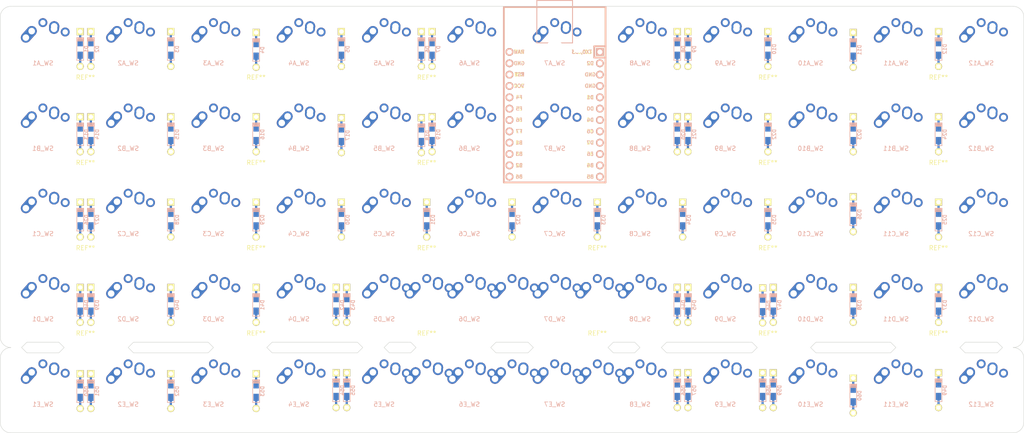
<source format=kicad_pcb>
(kicad_pcb (version 20211014) (generator pcbnew)
  (layers (0 "F.Cu" signal) (31 "B.Cu" signal) (34 "B.Paste" user) (35 "F.Paste" user) (36 "B.SilkS" user "B.Silkscreen") (37 "F.SilkS" user "F.Silkscreen") (38 "B.Mask" user) (39 "F.Mask" user) (44 "Edge.Cuts" user))
  (net 0 "")
  (net 1 "rowA")
  (net 2 "Net-(D1-Pad1)")
  (net 3 "Net-(D2-Pad1)")
  (net 4 "Net-(D3-Pad1)")
  (net 5 "Net-(D4-Pad1)")
  (net 6 "Net-(D5-Pad1)")
  (net 7 "Net-(D6-Pad1)")
  (net 8 "Net-(D7-Pad1)")
  (net 9 "Net-(D8-Pad1)")
  (net 10 "rowE")
  (net 11 "Net-(D9-Pad1)")
  (net 12 "Net-(D10-Pad1)")
  (net 13 "Net-(D11-Pad1)")
  (net 14 "Net-(D12-Pad1)")
  (net 15 "rowB")
  (net 16 "Net-(D13-Pad1)")
  (net 17 "Net-(D14-Pad1)")
  (net 18 "Net-(D15-Pad1)")
  (net 19 "Net-(D16-Pad1)")
  (net 20 "Net-(D17-Pad1)")
  (net 21 "Net-(D18-Pad1)")
  (net 22 "Net-(D19-Pad1)")
  (net 23 "Net-(D20-Pad1)")
  (net 24 "Net-(D21-Pad1)")
  (net 25 "Net-(D22-Pad1)")
  (net 26 "Net-(D23-Pad1)")
  (net 27 "Net-(D24-Pad1)")
  (net 28 "rowF")
  (net 29 "Net-(D25-Pad1)")
  (net 30 "rowC")
  (net 31 "Net-(D26-Pad1)")
  (net 32 "Net-(D27-Pad1)")
  (net 33 "Net-(D28-Pad1)")
  (net 34 "Net-(D29-Pad1)")
  (net 35 "Net-(D30-Pad1)")
  (net 36 "Net-(D31-Pad1)")
  (net 37 "Net-(D32-Pad1)")
  (net 38 "Net-(D33-Pad1)")
  (net 39 "Net-(D34-Pad1)")
  (net 40 "Net-(D35-Pad1)")
  (net 41 "Net-(D36-Pad1)")
  (net 42 "Net-(D37-Pad1)")
  (net 43 "Net-(D38-Pad1)")
  (net 44 "rowD")
  (net 45 "Net-(D39-Pad1)")
  (net 46 "Net-(D40-Pad1)")
  (net 47 "Net-(D41-Pad1)")
  (net 48 "Net-(D42-Pad1)")
  (net 49 "Net-(D43-Pad1)")
  (net 50 "Net-(D44-Pad1)")
  (net 51 "Net-(D45-Pad1)")
  (net 52 "Net-(D46-Pad1)")
  (net 53 "Net-(D47-Pad1)")
  (net 54 "Net-(D48-Pad1)")
  (net 55 "rowH")
  (net 56 "Net-(D49-Pad1)")
  (net 57 "rowG")
  (net 58 "Net-(D50-Pad1)")
  (net 59 "Net-(D51-Pad1)")
  (net 60 "Net-(D52-Pad1)")
  (net 61 "Net-(D53-Pad1)")
  (net 62 "Net-(D54-Pad1)")
  (net 63 "Net-(D55-Pad1)")
  (net 64 "Net-(D56-Pad1)")
  (net 65 "Net-(D57-Pad1)")
  (net 66 "Net-(D58-Pad1)")
  (net 67 "Net-(D59-Pad1)")
  (net 68 "Net-(D60-Pad1)")
  (net 69 "col0")
  (net 70 "col1")
  (net 71 "col2")
  (net 72 "col3")
  (net 73 "col4")
  (net 74 "col5")
  (net 75 "col6")
  (net 76 "col7")
  (net 79 "GND")
  (net 80 "VCC")
  (footprint "Keebio-Parts:Diode-Hybrid-Back" (layer "F.Cu") (at 74.0125 121.96875 90)
    (fp_text reference "D52")
    (fp_text value "D_Small" hide)
  )
  (footprint "Keebio-Parts:MX-Alps-Choc-1U-NoLED" (layer "F.Cu") (at 121.7625 102.6625)
    (fp_text reference "SW_D5")
    (fp_text value "KEYSW")
  )
  (footprint "Keebio-Parts:Diode-Hybrid-Back" (layer "F.Cu") (at 74.0125 102.6625 90)
    (fp_text reference "D40")
    (fp_text value "D_Small" hide)
  )
  (footprint "Keebio-Parts:MX-Alps-Choc-1U-NoLED" (layer "F.Cu") (at 255.4625 64.4625)
    (fp_text reference "SW_B12")
    (fp_text value "KEYSW")
  )
  (footprint "Keebio-Parts:MX-Alps-Choc-1U-NoLED" (layer "F.Cu") (at 64.4625 121.7625)
    (fp_text reference "SW_E2")
    (fp_text value "KEYSW")
  )
  (footprint "Keebio-Parts:Diode-Hybrid-Back" (layer "F.Cu") (at 56.10625 45.3625 90)
    (fp_text reference "D2")
    (fp_text value "D_Small" hide)
  )
  (footprint "Keebio-Parts:MX-Alps-Choc-1U-NoLED" (layer "F.Cu") (at 140.8625 45.3625)
    (fp_text reference "SW_A6")
    (fp_text value "KEYSW")
  )
  (footprint "MountingHole:MountingHole_2.2mm_M2" (layer "F.Cu") (at 207.7125 74.0125)
    (fp_text reference "REF**")
    (fp_text value "MountingHole_2.2mm_M2")
  )
  (footprint "Keebio-Parts:MX-Alps-Choc-1U-NoLED" (layer "F.Cu") (at 83.5625 102.6625)
    (fp_text reference "SW_D3")
    (fp_text value "KEYSW")
  )
  (footprint "Keebio-Parts:Diode-Hybrid-Back" (layer "F.Cu") (at 189.80625 121.7625 90)
    (fp_text reference "D57")
    (fp_text value "D_Small" hide)
  )
  (footprint "Keebio-Parts:Diode-Hybrid-Back" (layer "F.Cu") (at 113.40625 121.7625 90)
    (fp_text reference "D55")
    (fp_text value "D_Small" hide)
  )
  (footprint "Keebio-Parts:Diode-Hybrid-Back" (layer "F.Cu") (at 226.8125 82.36875 90)
    (fp_text reference "D36")
    (fp_text value "D_Small" hide)
  )
  (footprint "MountingHole:MountingHole_2.2mm_M2" (layer "F.Cu") (at 207.7125 93.1125)
    (fp_text reference "REF**")
    (fp_text value "MountingHole_2.2mm_M2")
  )
  (footprint "Keebio-Parts:Diode-Hybrid-Back" (layer "F.Cu") (at 245.9125 64.4625 90)
    (fp_text reference "D24")
    (fp_text value "D_Small" hide)
  )
  (footprint "MountingHole:MountingHole_2.2mm_M2" (layer "F.Cu") (at 54.9125 112.2125)
    (fp_text reference "REF**")
    (fp_text value "MountingHole_2.2mm_M2")
  )
  (footprint "Keebio-Parts:MX-Alps-Choc-1U-NoLED" (layer "F.Cu") (at 255.4625 121.7625)
    (fp_text reference "SW_E12")
    (fp_text value "KEYSW")
  )
  (footprint "Keebio-Parts:MX-Alps-Choc-1U-NoLED" (layer "F.Cu") (at 121.7625 64.4625)
    (fp_text reference "SW_B5")
    (fp_text value "KEYSW")
  )
  (footprint "Keebio-Parts:MX-Alps-Choc-1U-NoLED" (layer "F.Cu") (at 198.1625 102.6625)
    (fp_text reference "SW_D9")
    (fp_text value "KEYSW")
  )
  (footprint "Keebio-Parts:MX-Alps-Choc-2U-StabFlip-NoLED" (layer "F.Cu") (at 131.3125 121.7625)
    (fp_text reference "SW_Ea5")
    (fp_text value "KEYSW")
  )
  (footprint "Keebio-Parts:MX-Alps-Choc-1U-NoLED" (layer "F.Cu") (at 179.0625 102.6625)
    (fp_text reference "SW_D8")
    (fp_text value "KEYSW")
  )
  (footprint "Keebio-Parts:Diode-Hybrid-Back" (layer "F.Cu") (at 131.3125 83.5625 90)
    (fp_text reference "D31")
    (fp_text value "D_Small" hide)
  )
  (footprint "Keebio-Parts:Diode-Hybrid-Back" (layer "F.Cu") (at 245.9125 121.7625 90)
    (fp_text reference "D49")
    (fp_text value "D_Small" hide)
  )
  (footprint "Keebio-Parts:Diode-Hybrid-Back" (layer "F.Cu") (at 206.51875 102.775 90)
    (fp_text reference "D46")
    (fp_text value "D_Small" hide)
  )
  (footprint "Keebio-Parts:Diode-Hybrid-Back" (layer "F.Cu") (at 53.71875 121.96875 90)
    (fp_text reference "D50")
    (fp_text value "D_Small" hide)
  )
  (footprint "Keebio-Parts:MX-Alps-Choc-1U-NoLED" (layer "F.Cu") (at 236.3625 64.4625)
    (fp_text reference "SW_B11")
    (fp_text value "KEYSW")
  )
  (footprint "Keebio-Parts:Diode-Hybrid-Back" (layer "F.Cu") (at 53.71875 83.5625 90)
    (fp_text reference "D26")
    (fp_text value "D_Small" hide)
  )
  (footprint "Keebio-Parts:Diode-Hybrid-Back" (layer "F.Cu") (at 53.71875 45.3625 90)
    (fp_text reference "D1")
    (fp_text value "D_Small" hide)
  )
  (footprint "Keebio-Parts:Diode-Hybrid-Back" (layer "F.Cu") (at 112.2125 83.5625 90)
    (fp_text reference "D30")
    (fp_text value "D_Small" hide)
  )
  (footprint "MountingHole:MountingHole_2.2mm_M2" (layer "F.Cu") (at 169.5125 112.2125)
    (fp_text reference "REF**")
    (fp_text value "MountingHole_2.2mm_M2")
  )
  (footprint "Keebio-Parts:MX-Alps-Choc-1U-NoLED" (layer "F.Cu") (at 102.6625 83.5625)
    (fp_text reference "SW_C4")
    (fp_text value "KEYSW")
  )
  (footprint "Keebio-Parts:MX-Alps-Choc-1U-NoLED" (layer "F.Cu") (at 236.3625 45.3625)
    (fp_text reference "SW_A11")
    (fp_text value "KEYSW")
  )
  (footprint "Keebio-Parts:MX-Alps-Choc-1U-NoLED" (layer "F.Cu") (at 159.9625 121.7625)
    (fp_text reference "SW_E7")
    (fp_text value "KEYSW")
  )
  (footprint "Keebio-Parts:MX-Alps-Choc-1U-NoLED" (layer "F.Cu") (at 45.3625 64.4625)
    (fp_text reference "SW_B1")
    (fp_text value "KEYSW")
  )
  (footprint "MountingHole:MountingHole_2.2mm_M2" (layer "F.Cu") (at 93.1125 74.0125)
    (fp_text reference "REF**")
    (fp_text value "MountingHole_2.2mm_M2")
  )
  (footprint "Keebio-Parts:MX-Alps-Choc-1U-NoLED" (layer "F.Cu") (at 159.9625 102.6625)
    (fp_text reference "SW_D7")
    (fp_text value "KEYSW")
  )
  (footprint "Keebio-Parts:MX-Alps-Choc-1U-NoLED" (layer "F.Cu") (at 217.2625 64.4625)
    (fp_text reference "SW_B10")
    (fp_text value "KEYSW")
  )
  (footprint "Keebio-Parts:Diode-Hybrid-Back" (layer "F.Cu") (at 111.01875 102.6625 90)
    (fp_text reference "D42")
    (fp_text value "D_Small" hide)
  )
  (footprint "Keebio-Parts:Diode-Hybrid-Back" (layer "F.Cu") (at 187.41875 121.7625 90)
    (fp_text reference "D56")
    (fp_text value "D_Small" hide)
  )
  (footprint "Keebio-Parts:MX-Alps-Choc-1U-NoLED" (layer "F.Cu") (at 83.5625 64.4625)
    (fp_text reference "SW_B3")
    (fp_text value "KEYSW")
  )
  (footprint "Keebio-Parts:MX-Alps-Choc-1U-NoLED" (layer "F.Cu") (at 217.2625 45.3625)
    (fp_text reference "SW_A10")
    (fp_text value "KEYSW")
  )
  (footprint "Keebio-Parts:Diode-Hybrid-Back" (layer "F.Cu") (at 56.10625 64.4625 90)
    (fp_text reference "D14")
    (fp_text value "D_Small" hide)
  )
  (footprint "Keebio-Parts:Diode-Hybrid-Back" (layer "F.Cu") (at 53.71875 102.6625 90)
    (fp_text reference "D48")
    (fp_text value "D_Small" hide)
  )
  (footprint "MountingHole:MountingHole_2.2mm_M2" (layer "F.Cu") (at 245.9125 93.1125)
    (fp_text reference "REF**")
    (fp_text value "MountingHole_2.2mm_M2")
  )
  (footprint "Keebio-Parts:Diode-Hybrid-Back" (layer "F.Cu") (at 245.9125 102.6625 90)
    (fp_text reference "D37")
    (fp_text value "D_Small" hide)
  )
  (footprint "MountingHole:MountingHole_2.2mm_M2" (layer "F.Cu") (at 54.9125 74.0125)
    (fp_text reference "REF**")
    (fp_text value "MountingHole_2.2mm_M2")
  )
  (footprint "Keebio-Parts:Diode-Hybrid-Back" (layer "F.Cu") (at 207.7125 45.3625 90)
    (fp_text reference "D10")
    (fp_text value "D_Small" hide)
  )
  (footprint "Keebio-Parts:MX-Alps-Choc-1U-NoLED" (layer "F.Cu") (at 45.3625 121.7625)
    (fp_text reference "SW_E1")
    (fp_text value "KEYSW")
  )
  (footprint "Keebio-Parts:MX-Alps-Choc-1U-NoLED" (layer "F.Cu") (at 102.6625 45.3625)
    (fp_text reference "SW_A4")
    (fp_text value "KEYSW")
  )
  (footprint "Keebio-Parts:MX-Alps-Choc-1U-NoLED" (layer "F.Cu") (at 179.0625 64.4625)
    (fp_text reference "SW_B8")
    (fp_text value "KEYSW")
  )
  (footprint "Keebio-Parts:MX-Alps-Choc-1U-NoLED" (layer "F.Cu") (at 121.7625 45.3625)
    (fp_text reference "SW_A5")
    (fp_text value "KEYSW")
  )
  (footprint "MountingHole:MountingHole_2.2mm_M2" (layer "F.Cu") (at 93.1125 112.2125)
    (fp_text reference "REF**")
    (fp_text value "MountingHole_2.2mm_M2")
  )
  (footprint "Keebio-Parts:MX-Alps-Choc-1U-NoLED" (layer "F.Cu") (at 140.8625 64.4625)
    (fp_text reference "SW_B6")
    (fp_text value "KEYSW")
  )
  (footprint "MountingHole:MountingHole_2.2mm_M2" (layer "F.Cu") (at 131.3125 74.0125)
    (fp_text reference "REF**")
    (fp_text value "MountingHole_2.2mm_M2")
  )
  (footprint "Keebio-Parts:Diode-Hybrid-Back" (layer "F.Cu") (at 132.50625 45.3625 90)
    (fp_text reference "D7")
    (fp_text value "D_Small" hide)
  )
  (footprint "Keebio-Parts:MX-Alps-Choc-1U-NoLED" (layer "F.Cu") (at 45.3625 102.6625)
    (fp_text reference "SW_D1")
    (fp_text value "KEYSW")
  )
  (footprint "MountingHole:MountingHole_2.2mm_M2" (layer "F.Cu") (at 169.5125 93.1125)
    (fp_text reference "REF**")
    (fp_text value "MountingHole_2.2mm_M2")
  )
  (footprint "Keebio-Parts:MX-Alps-Choc-1U-NoLED" (layer "F.Cu") (at 121.7625 83.5625)
    (fp_text reference "SW_C5")
    (fp_text value "KEYSW")
  )
  (footprint "Keebio-Parts:Diode-Hybrid-Back" (layer "F.Cu") (at 226.8125 64.4625 90)
    (fp_text reference "D23")
    (fp_text value "D_Small" hide)
  )
  (footprint "Keebio-Parts:MX-Alps-Choc-1U-NoLED" (layer "F.Cu") (at 198.1625 45.3625)
    (fp_text reference "SW_A9")
    (fp_text value "KEYSW")
  )
  (footprint "MountingHole:MountingHole_2.2mm_M2" (layer "F.Cu") (at 245.9125 54.9125)
    (fp_text reference "REF**")
    (fp_text value "MountingHole_2.2mm_M2")
  )
  (footprint "Keebio-Parts:MX-Alps-Choc-1U-NoLED" (layer "F.Cu") (at 64.4625 83.5625)
    (fp_text reference "SW_C2")
    (fp_text value "KEYSW")
  )
  (footprint "MountingHole:MountingHole_2.2mm_M2" (layer "F.Cu") (at 93.1125 54.9125)
    (fp_text reference "REF**")
    (fp_text value "MountingHole_2.2mm_M2")
  )
  (footprint "MountingHole:MountingHole_2.2mm_M2" (layer "F.Cu") (at 131.3125 112.2125)
    (fp_text reference "REF**")
    (fp_text value "MountingHole_2.2mm_M2")
  )
  (footprint "Keebio-Parts:Diode-Hybrid-Back" (layer "F.Cu") (at 132.50625 64.4625 90)
    (fp_text reference "D19")
    (fp_text value "D_Small" hide)
  )
  (footprint "Keebio-Parts:Diode-Hybrid-Back" (layer "F.Cu") (at 208.90625 102.6625 90)
    (fp_text reference "D47")
    (fp_text value "D_Small" hide)
  )
  (footprint "Keebio-Parts:Diode-Hybrid-Back" (layer "F.Cu") (at 206.51875 121.7625 90)
    (fp_text reference "D58")
    (fp_text value "D_Small" hide)
  )
  (footprint "Keebio-Parts:Diode-Hybrid-Back" (layer "F.Cu") (at 74.0125 45.3625 90)
    (fp_text reference "D3")
    (fp_text value "D_Small" hide)
  )
  (footprint "MountingHole:MountingHole_2.2mm_M2" (layer "F.Cu") (at 207.7125 54.9125)
    (fp_text reference "REF**")
    (fp_text value "MountingHole_2.2mm_M2")
  )
  (footprint "Keebio-Parts:Diode-Hybrid-Back" (layer "F.Cu") (at 93.1125 83.5625 90)
    (fp_text reference "D29")
    (fp_text value "D_Small" hide)
  )
  (footprint "MountingHole:MountingHole_2.2mm_M2" (layer "F.Cu") (at 245.9125 112.2125)
    (fp_text reference "REF**")
    (fp_text value "MountingHole_2.2mm_M2")
  )
  (footprint "Keebio-Parts:Diode-Hybrid-Back" (layer "F.Cu") (at 56.10625 83.5625 90)
    (fp_text reference "D27")
    (fp_text value "D_Small" hide)
  )
  (footprint "Keebio-Parts:MX-Alps-Choc-2U-StabFlip-NoLED" (layer "F.Cu") (at 169.5125 121.7625)
    (fp_text reference "SW_Ea7")
    (fp_text value "KEYSW")
  )
  (footprint "Keebio-Parts:MX-Alps-Choc-1U-NoLED" (layer "F.Cu") (at 64.4625 45.3625)
    (fp_text reference "SW_A2")
    (fp_text value "KEYSW")
  )
  (footprint "Keebio-Parts:MX-Alps-Choc-1U-NoLED" (layer "F.Cu") (at 102.6625 64.4625)
    (fp_text reference "SW_B4")
    (fp_text value "KEYSW")
  )
  (footprint "Keebio-Parts:MX-Alps-Choc-2U-StabFlip-NoLED" (layer "F.Cu") (at 150.4125 102.6625)
    (fp_text reference "SW_Da6")
    (fp_text value "KEYSW")
  )
  (footprint "Keebio-Parts:MX-Alps-Choc-2U-StabFlip-NoLED" (layer "F.Cu") (at 169.5125 102.6625)
    (fp_text reference "SW_Da7")
    (fp_text value "KEYSW")
  )
  (footprint "Keebio-Parts:Diode-Hybrid-Back" (layer "F.Cu") (at 169.5125 83.5625 90)
    (fp_text reference "D33")
    (fp_text value "D_Small" hide)
  )
  (footprint "Keebio-Parts:MX-Alps-Choc-1U-NoLED" (layer "F.Cu") (at 217.2625 102.6625)
    (fp_text reference "SW_D10")
    (fp_text value "KEYSW")
  )
  (footprint "MountingHole:MountingHole_2.2mm_M2" (layer "F.Cu") (at 245.9125 74.0125)
    (fp_text reference "REF**")
    (fp_text value "MountingHole_2.2mm_M2")
  )
  (footprint "Keebio-Parts:MX-Alps-Choc-1U-NoLED" (layer "F.Cu") (at 83.5625 83.5625)
    (fp_text reference "SW_C3")
    (fp_text value "KEYSW")
  )
  (footprint "Keebio-Parts:MX-Alps-Choc-1U-NoLED" (layer "F.Cu") (at 102.6625 102.6625)
    (fp_text reference "SW_D4")
    (fp_text value "KEYSW")
  )
  (footprint "Keebio-Parts:MX-Alps-Choc-1U-NoLED" (layer "F.Cu") (at 140.8625 102.6625)
    (fp_text reference "SW_D6")
    (fp_text value "KEYSW")
  )
  (footprint "Keebio-Parts:MX-Alps-Choc-1U-NoLED" (layer "F.Cu") (at 45.3625 83.5625)
    (fp_text reference "SW_C1")
    (fp_text value "KEYSW")
  )
  (footprint "Keebio-Parts:Diode-Hybrid-Back" (layer "F.Cu") (at 150.4125 83.5625 90)
    (fp_text reference "D32")
    (fp_text value "D_Small" hide)
  )
  (footprint "Keebio-Parts:MX-Alps-Choc-1U-NoLED" (layer "F.Cu") (at 179.0625 121.7625)
    (fp_text reference "SW_E8")
    (fp_text value "KEYSW")
  )
  (footprint "Keebio-Parts:MX-Alps-Choc-1U-NoLED" (layer "F.Cu") (at 159.9625 45.3625)
    (fp_text reference "SW_A7")
    (fp_text value "KEYSW")
  )
  (footprint "Keebio-Parts:MX-Alps-Choc-1U-NoLED" (layer "F.Cu") (at 217.2625 121.7625)
    (fp_text reference "SW_E10")
    (fp_text value "KEYSW")
  )
  (footprint "Keebio-Parts:MX-Alps-Choc-1U-NoLED" (layer "F.Cu") (at 198.1625 121.7625)
    (fp_text reference "SW_E9")
    (fp_text value "KEYSW")
  )
  (footprint "Keebio-Parts:MX-Alps-Choc-1U-NoLED" (layer "F.Cu") (at 64.4625 102.6625)
    (fp_text reference "SW_D2")
    (fp_text value "KEYSW")
  )
  (footprint "Keebio-Parts:MX-Alps-Choc-1U-NoLED" (layer "F.Cu") (at 236.3625 121.7625)
    (fp_text reference "SW_E11")
    (fp_text value "KEYSW")
  )
  (footprint "Keebio-Parts:Diode-Hybrid-Back" (layer "F.Cu") (at 208.90625 121.7625 90)
    (fp_text reference "D59")
    (fp_text value "D_Small" hide)
  )
  (footprint "Keebio-Parts:Diode-Hybrid-Back" (layer "F.Cu") (at 187.41875 64.4625 90)
    (fp_text reference "D20")
    (fp_text value "D_Small" hide)
  )
  (footprint "Keebio-Parts:MX-Alps-Choc-1U-NoLED" (layer "F.Cu") (at 45.3625 45.3625)
    (fp_text reference "SW_A1")
    (fp_text value "KEYSW")
  )
  (footprint "MountingHole:MountingHole_2.2mm_M2" (layer "F.Cu") (at 93.1125 93.1125)
    (fp_text reference "REF**")
    (fp_text value "MountingHole_2.2mm_M2")
  )
  (footprint "Keebio-Parts:MX-Alps-Choc-1U-NoLED" (layer "F.Cu") (at 255.4625 102.6625)
    (fp_text reference "SW_D12")
    (fp_text value "KEYSW")
  )
  (footprint "Keebio-Parts:Diode-Hybrid-Back" (layer "F.Cu") (at 56.10625 102.6625 90)
    (fp_text reference "D39")
    (fp_text value "D_Small" hide)
  )
  (footprint "Keebio-Parts:Diode-Hybrid-Back" (layer "F.Cu") (at 113.40625 102.6625 90)
    (fp_text reference "D43")
    (fp_text value "D_Small" hide)
  )
  (footprint "MountingHole:MountingHole_2.2mm_M2" (layer "F.Cu") (at 207.7125 112.2125)
    (fp_text reference "REF**")
    (fp_text value "MountingHole_2.2mm_M2")
  )
  (footprint "Keebio-Parts:MX-Alps-Choc-1U-NoLED" (layer "F.Cu") (at 255.4625 45.3625)
    (fp_text reference "SW_A12")
    (fp_text value "KEYSW")
  )
  (footprint "Keebio-Parts:MX-Alps-Choc-1U-NoLED" (layer "F.Cu") (at 198.1625 83.5625)
    (fp_text reference "SW_C9")
    (fp_text value "KEYSW")
  )
  (footprint "Keebio-Parts:MX-Alps-Choc-2U-StabFlip-NoLED" (layer "F.Cu") (at 150.4125 121.7625)
    (fp_text reference "SW_Ea6")
    (fp_text value "KEYSW")
  )
  (footprint "Keebio-Parts:Diode-Hybrid-Back" (layer "F.Cu") (at 226.8125 122.95625 90)
    (fp_text reference "D60")
    (fp_text value "D_Small" hide)
  )
  (footprint "Keebio-Parts:Diode-Hybrid-Back" (layer "F.Cu") (at 189.80625 64.4625 90)
    (fp_text reference "D21")
    (fp_text value "D_Small" hide)
  )
  (footprint "Keebio-Parts:Diode-Hybrid-Back" (layer "F.Cu") (at 93.1125 64.4625 90)
    (fp_text reference "D16")
    (fp_text value "D_Small" hide)
  )
  (footprint "Keebio-Parts:MX-Alps-Choc-1U-NoLED" (layer "F.Cu") (at 121.7625 121.7625)
    (fp_text reference "SW_E5")
    (fp_text value "KEYSW")
  )
  (footprint "Keebio-Parts:Diode-Hybrid-Back" (layer "F.Cu") (at 93.1125 121.96875 90)
    (fp_text reference "D53")
    (fp_text value "D_Small" hide)
  )
  (footprint "Keebio-Parts:Diode-Hybrid-Back" (layer "F.Cu") (at 245.9125 83.5625 90)
    (fp_text reference "D25")
    (fp_text value "D_Small" hide)
  )
  (footprint "Keebio-Parts:Diode-Hybrid-Back" (layer "F.Cu") (at 245.9125 45.3625 90)
    (fp_text reference "D12")
    (fp_text value "D_Small" hide)
  )
  (footprint "Keebio-Parts:Diode-Hybrid-Back" (layer "F.Cu") (at 53.71875 64.4625 90)
    (fp_text reference "D13")
    (fp_text value "D_Small" hide)
  )
  (footprint "Keebio-Parts:Diode-Hybrid-Back" (layer "F.Cu") (at 112.2125 45.3625 90)
    (fp_text reference "D5")
    (fp_text value "D_Small" hide)
  )
  (footprint "Keebio-Parts:Diode-Hybrid-Back" (layer "F.Cu") (at 207.7125 83.5625 90)
    (fp_text reference "D35")
    (fp_text value "D_Small" hide)
  )
  (footprint "Keebio-Parts:Diode-Hybrid-Back" (layer "F.Cu") (at 189.80625 45.3625 90)
    (fp_text reference "D9")
    (fp_text value "D_Small" hide)
  )
  (footprint "Keebio-Parts:MX-Alps-Choc-1U-NoLED" (layer "F.Cu") (at 255.4625 83.5625)
    (fp_text reference "SW_C12")
    (fp_text value "KEYSW")
  )
  (footprint "Keebio-Parts:MX-Alps-Choc-1U-NoLED" (layer "F.Cu") (at 159.9625 64.4625)
    (fp_text reference "SW_B7")
    (fp_text value "KEYSW")
  )
  (footprint "Keebio-Parts:Diode-Hybrid-Back" (layer "F.Cu") (at 188.6125 83.5625 90)
    (fp_text reference "D34")
    (fp_text value "D_Small" hide)
  )
  (footprint "Keebio-Parts:MX-Alps-Choc-1U-NoLED" (layer "F.Cu") (at 179.0625 83.5625)
    (fp_text reference "SW_C8")
    (fp_text value "KEYSW")
  )
  (footprint "Keebio-Parts:MX-Alps-Choc-1U-NoLED" (layer "F.Cu") (at 83.5625 45.3625)
    (fp_text reference "SW_A3")
    (fp_text value "KEYSW")
  )
  (footprint "Keebio-Parts:MX-Alps-Choc-1U-NoLED" (layer "F.Cu") (at 102.6625 121.7625)
    (fp_text reference "SW_E4")
    (fp_text value "KEYSW")
  )
  (footprint "Keebio-Parts:MX-Alps-Choc-2U-StabFlip-NoLED" (layer "F.Cu") (at 131.3125 102.6625)
    (fp_text reference "SW_Da5")
    (fp_text value "KEYSW")
  )
  (footprint "MountingHole:MountingHole_2.2mm_M2" (layer "F.Cu") (at 131.3125 93.1125)
    (fp_text reference "REF**")
    (fp_text value "MountingHole_2.2mm_M2")
  )
  (footprint "Keebio-Parts:MX-Alps-Choc-1U-NoLED" (layer "F.Cu") (at 140.8625 121.7625)
    (fp_text reference "SW_E6")
    (fp_text value "KEYSW")
  )
  (footprint "Keebio-Parts:MX-Alps-Choc-1U-NoLED" (layer "F.Cu") (at 236.3625 83.5625)
    (fp_text reference "SW_C11")
    (fp_text value "KEYSW")
  )
  (footprint "Keebio-Parts:Diode-Hybrid-Back" (layer "F.Cu") (at 130.11875 45.3625 90)
    (fp_text reference "D6")
    (fp_text value "D_Small" hide)
  )
  (footprint "Keebio-Parts:MX-Alps-Choc-1U-NoLED" (layer "F.Cu") (at 236.3625 102.6625)
    (fp_text reference "SW_D11")
    (fp_text value "KEYSW")
  )
  (footprint "Keebio-Parts:Diode-Hybrid-Back" (layer "F.Cu") (at 111.01875 121.7625 90)
    (fp_text reference "D54")
    (fp_text value "D_Small" hide)
  )
  (footprint "MountingHole:MountingHole_2.2mm_M2" (layer "F.Cu") (at 131.3125 54.9125)
    (fp_text reference "REF**")
    (fp_text value "MountingHole_2.2mm_M2")
  )
  (footprint "Keebio-Parts:MX-Alps-Choc-1U-NoLED" (layer "F.Cu") (at 64.4625 64.4625)
    (fp_text reference "SW_B2")
    (fp_text value "KEYSW")
  )
  (footprint "MountingHole:MountingHole_2.2mm_M2" (layer "F.Cu") (at 54.9125 54.9125)
    (fp_text reference "REF**")
    (fp_text value "MountingHole_2.2mm_M2")
  )
  (footprint "Keebio-Parts:Diode-Hybrid-Back" (layer "F.Cu") (at 93.1125 45.56875 90)
    (fp_text reference "D4")
    (fp_text value "D_Small" hide)
  )
  (footprint "Keebio-Parts:MX-Alps-Choc-1U-NoLED" (layer "F.Cu") (at 159.9625 83.5625)
    (fp_text reference "SW_C7")
    (fp_text value "KEYSW")
  )
  (footprint "Keebio-Parts:Diode-Hybrid-Back" (layer "F.Cu") (at 74.0125 83.5625 90)
    (fp_text reference "D28")
    (fp_text value "D_Small" hide)
  )
  (footprint "MountingHole:MountingHole_2.2mm_M2" (layer "F.Cu") (at 54.9125 93.1125)
    (fp_text reference "REF**")
    (fp_text value "MountingHole_2.2mm_M2")
  )
  (footprint "Keebio-Parts:Diode-Hybrid-Back" (layer "F.Cu") (at 93.1125 102.6625 90)
    (fp_text reference "D41")
    (fp_text value "D_Small" hide)
  )
  (footprint "Keebio-Parts:Diode-Hybrid-Back" (layer "F.Cu") (at 74.0125 64.4625 90)
    (fp_text reference "D15")
    (fp_text value "D_Small" hide)
  )
  (footprint "Keebio-Parts:MX-Alps-Choc-1U-NoLED" (layer "F.Cu") (at 179.0625 45.3625)
    (fp_text reference "SW_A8")
    (fp_text value "KEYSW")
  )
  (footprint "Keebio-Parts:MX-Alps-Choc-1U-NoLED" (layer "F.Cu") (at 198.1625 64.4625)
    (fp_text reference "SW_B9")
    (fp_text value "KEYSW")
  )
  (footprint "Keebio-Parts:Diode-Hybrid-Back" (layer "F.Cu") (at 226.8125 102.6625 90)
    (fp_text reference "D38")
    (fp_text value "D_Small" hide)
  )
  (footprint "Keebio-Parts:MX-Alps-Choc-1U-NoLED" (layer "F.Cu") (at 217.2625 83.5625)
    (fp_text reference "SW_C10")
    (fp_text value "KEYSW")
  )
  (footprint "Keebio-Parts:Diode-Hybrid-Back" (layer "F.Cu") (at 187.41875 45.3625 90)
    (fp_text reference "D8")
    (fp_text value "D_Small" hide)
  )
  (footprint "Keebio-Parts:MX-Alps-Choc-1U-NoLED" (layer "F.Cu") (at 83.5625 121.7625)
    (fp_text reference "SW_E3")
    (fp_text value "KEYSW")
  )
  (footprint "Keebio-Parts:Diode-Hybrid-Back" (layer "F.Cu") (at 226.8125 45.56875 90)
    (fp_text reference "D11")
    (fp_text value "D_Small" hide)
  )
  (footprint "Keebio-Parts:Diode-Hybrid-Back" (layer "F.Cu") (at 130.11875 64.66875 90)
    (fp_text reference "D18")
    (fp_text value "D_Small" hide)
  )
  (footprint "Keebio-Parts:MX-Alps-Choc-1U-NoLED" (layer "F.Cu") (at 140.8625 83.5625)
    (fp_text reference "SW_C6")
    (fp_text value "KEYSW")
  )
  (footprint "Keebio-Parts:Diode-Hybrid-Back" (layer "F.Cu") (at 189.80625 102.6625 90)
    (fp_text reference "D45")
    (fp_text value "D_Small" hide)
  )
  (footprint "Keebio-Parts:Diode-Hybrid-Back" (layer "F.Cu") (at 112.2125 64.66875 90)
    (fp_text reference "D17")
    (fp_text value "D_Small" hide)
  )
  (footprint "Keebio-Parts:Diode-Hybrid-Back" (layer "F.Cu") (at 187.41875 102.6625 90)
    (fp_text reference "D44")
    (fp_text value "D_Small" hide)
  )
  (footprint "Keebio-Parts:Diode-Hybrid-Back" (layer "F.Cu") (at 207.7125 64.4625 90)
    (fp_text reference "D22")
    (fp_text value "D_Small" hide)
  )
  (footprint "Keebio-Parts:Diode-Hybrid-Back" (layer "F.Cu") (at 56.10625 121.96875 90)
    (fp_text reference "D51")
    (fp_text value "D_Small" hide)
  )
  (footprint "Keebio Parts:ArduinoProMicro-Mini-USB" (layer "B.Cu") (at 159.9625 59.99725 -90)
    (fp_text reference "U1" hide)
    (fp_text value "ProMicro" hide)
  )
  (gr_arc (start 262.625 35.8125) (mid 264.313217 36.511783) (end 265.0125 38.2) (layer "Edge.Cuts") (width 0.1))
  (gr_arc (start 262.625 112.2125) (mid 264.313217 112.911783) (end 265.0125 114.6) (layer "Edge.Cuts") (width 0.1))
  (gr_line (start 262.625 35.8125) (end 38.2 35.8125) (layer "Edge.Cuts") (width 0.1))
  (gr_line (start 38.2 131.3125) (end 262.625 131.3125) (layer "Edge.Cuts") (width 0.1))
  (gr_arc (start 265.0125 109.825) (mid 264.313217 111.513217) (end 262.625 112.2125) (layer "Edge.Cuts") (width 0.1))
  (gr_arc (start 38.2 131.3125) (mid 36.511783 130.613217) (end 35.8125 128.925) (layer "Edge.Cuts") (width 0.1))
  (gr_line (start 265.0125 109.825) (end 265.0125 38.2) (layer "Edge.Cuts") (width 0.1))
  (gr_arc (start 38.2 112.2125) (mid 36.511783 111.513217) (end 35.8125 109.825) (layer "Edge.Cuts") (width 0.1))
  (gr_arc (start 265.0125 128.925) (mid 264.313217 130.613217) (end 262.625 131.3125) (layer "Edge.Cuts") (width 0.1))
  (gr_poly (pts (xy 179.0625 112.2125) (xy 177.86875 113.40625) (xy 173.09375 113.40625) (xy 171.9 112.2125) (xy 173.09375 111.01875) (xy 177.86875 111.01875)) (layer "Edge.Cuts") (width 0.1) (fill none))
  (gr_poly (pts (xy 236.3625 112.2125) (xy 235.16875 113.40625) (xy 218.45625 113.40625) (xy 217.2625 112.2125) (xy 218.45625 111.01875) (xy 235.16875 111.01875)) (layer "Edge.Cuts") (width 0.1) (fill none))
  (gr_poly (pts (xy 260.2375 112.2125) (xy 259.04375 113.40625) (xy 251.88125 113.40625) (xy 250.6875 112.2125) (xy 251.88125 111.01875) (xy 259.04375 111.01875)) (layer "Edge.Cuts") (width 0.1) (fill none))
  (gr_line (start 35.8125 114.6) (end 35.8125 128.925) (layer "Edge.Cuts") (width 0.1))
  (gr_arc (start 35.8125 38.2) (mid 36.511783 36.511783) (end 38.2 35.8125) (layer "Edge.Cuts") (width 0.1))
  (gr_line (start 265.0125 128.925) (end 265.0125 114.6) (layer "Edge.Cuts") (width 0.1))
  (gr_poly (pts (xy 128.925 112.2125) (xy 127.73125 113.40625) (xy 122.95625 113.40625) (xy 121.7625 112.2125) (xy 122.95625 111.01875) (xy 127.73125 111.01875)) (layer "Edge.Cuts") (width 0.1) (fill none))
  (gr_poly (pts (xy 116.9875 112.2125) (xy 115.79375 113.40625) (xy 96.69375 113.40625) (xy 95.5 112.2125) (xy 96.69375 111.01875) (xy 115.79375 111.01875)) (layer "Edge.Cuts") (width 0.1) (fill none))
  (gr_poly (pts (xy 205.325 112.2125) (xy 204.13125 113.40625) (xy 185.03125 113.40625) (xy 183.8375 112.2125) (xy 185.03125 111.01875) (xy 204.13125 111.01875)) (layer "Edge.Cuts") (width 0.1) (fill none))
  (gr_arc (start 35.8125 114.6) (mid 36.511783 112.911783) (end 38.2 112.2125) (layer "Edge.Cuts") (width 0.1))
  (gr_poly (pts (xy 83.5625 112.2125) (xy 82.36875 113.40625) (xy 65.65625 113.40625) (xy 64.4625 112.2125) (xy 65.65625 111.01875) (xy 82.36875 111.01875)) (layer "Edge.Cuts") (width 0.1) (fill none))
  (gr_poly (pts (xy 50.1375 112.2125) (xy 48.94375 113.40625) (xy 41.78125 113.40625) (xy 40.5875 112.2125) (xy 41.78125 111.01875) (xy 48.94375 111.01875)) (layer "Edge.Cuts") (width 0.1) (fill none))
  (gr_poly (pts (xy 155.1875 112.2125) (xy 153.99375 113.40625) (xy 146.83125 113.40625) (xy 145.6375 112.2125) (xy 146.83125 111.01875) (xy 153.99375 111.01875)) (layer "Edge.Cuts") (width 0.1) (fill none))
  (gr_line (start 35.8125 38.2) (end 35.8125 109.825) (layer "Edge.Cuts") (width 0.1))
)
</source>
